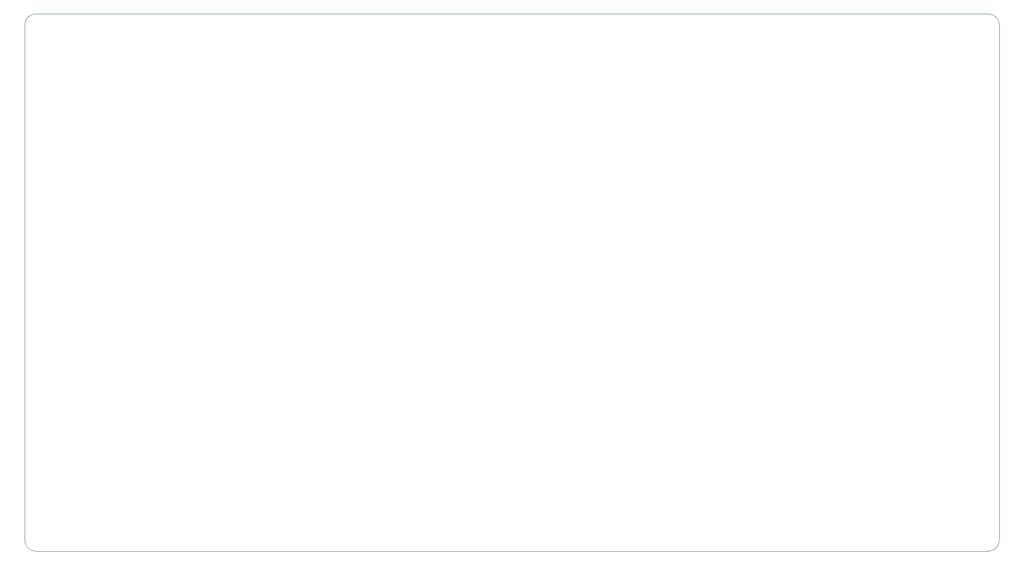
<source format=gbr>
%TF.GenerationSoftware,KiCad,Pcbnew,(7.0.0)*%
%TF.CreationDate,2023-05-23T14:57:48+09:00*%
%TF.ProjectId,sgkb-right,73676b62-2d72-4696-9768-742e6b696361,rev?*%
%TF.SameCoordinates,Original*%
%TF.FileFunction,Profile,NP*%
%FSLAX46Y46*%
G04 Gerber Fmt 4.6, Leading zero omitted, Abs format (unit mm)*
G04 Created by KiCad (PCBNEW (7.0.0)) date 2023-05-23 14:57:48*
%MOMM*%
%LPD*%
G01*
G04 APERTURE LIST*
%TA.AperFunction,Profile*%
%ADD10C,0.100000*%
%TD*%
G04 APERTURE END LIST*
D10*
X39000000Y-133000000D02*
X209000000Y-133000000D01*
X211000000Y-39000000D02*
G75*
G03*
X209000000Y-37000000I-2000000J0D01*
G01*
X39000000Y-37000000D02*
G75*
G03*
X37000000Y-39000000I0J-2000000D01*
G01*
X209000000Y-133000000D02*
G75*
G03*
X211000000Y-131000000I0J2000000D01*
G01*
X37000000Y-39000000D02*
X37000000Y-131000000D01*
X209000000Y-37000000D02*
X39000000Y-37000000D01*
X37000000Y-131000000D02*
G75*
G03*
X39000000Y-133000000I2000000J0D01*
G01*
X211000000Y-39000000D02*
X211000000Y-131000000D01*
M02*

</source>
